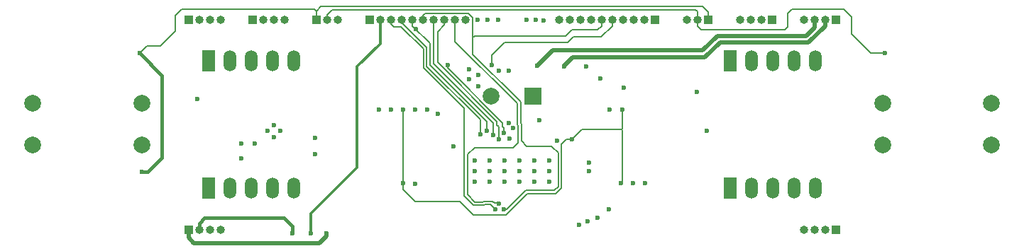
<source format=gbr>
%TF.GenerationSoftware,KiCad,Pcbnew,8.0.0*%
%TF.CreationDate,2024-11-21T20:10:56+00:00*%
%TF.ProjectId,display-board,64697370-6c61-4792-9d62-6f6172642e6b,rev?*%
%TF.SameCoordinates,Original*%
%TF.FileFunction,Copper,L2,Inr*%
%TF.FilePolarity,Positive*%
%FSLAX46Y46*%
G04 Gerber Fmt 4.6, Leading zero omitted, Abs format (unit mm)*
G04 Created by KiCad (PCBNEW 8.0.0) date 2024-11-21 20:10:56*
%MOMM*%
%LPD*%
G01*
G04 APERTURE LIST*
%TA.AperFunction,ComponentPad*%
%ADD10R,1.000000X1.000000*%
%TD*%
%TA.AperFunction,ComponentPad*%
%ADD11O,1.000000X1.000000*%
%TD*%
%TA.AperFunction,ComponentPad*%
%ADD12C,2.000000*%
%TD*%
%TA.AperFunction,ComponentPad*%
%ADD13R,1.524000X2.524000*%
%TD*%
%TA.AperFunction,ComponentPad*%
%ADD14O,1.524000X2.524000*%
%TD*%
%TA.AperFunction,ComponentPad*%
%ADD15R,2.000000X2.000000*%
%TD*%
%TA.AperFunction,ComponentPad*%
%ADD16C,0.600000*%
%TD*%
%TA.AperFunction,ViaPad*%
%ADD17C,0.600000*%
%TD*%
%TA.AperFunction,Conductor*%
%ADD18C,0.300000*%
%TD*%
%TA.AperFunction,Conductor*%
%ADD19C,0.400000*%
%TD*%
%TA.AperFunction,Conductor*%
%ADD20C,0.200000*%
%TD*%
%TA.AperFunction,Conductor*%
%ADD21C,0.500000*%
%TD*%
G04 APERTURE END LIST*
D10*
%TO.N,/BAT+*%
%TO.C,PWR3*%
X61400000Y-110000000D03*
D11*
%TO.N,/LDO*%
X62670000Y-110000000D03*
%TO.N,/BUZZER*%
X63940000Y-110000000D03*
%TO.N,GND*%
X65210000Y-110000000D03*
%TD*%
D10*
%TO.N,/SW1*%
%TO.C,SW_C1*%
X76650000Y-84900000D03*
D11*
%TO.N,/SW2*%
X77920000Y-84900000D03*
%TO.N,GND*%
X79190000Y-84900000D03*
%TD*%
D10*
%TO.N,/VPRG*%
%TO.C,DD1*%
X83005000Y-84900000D03*
D11*
%TO.N,/CTRL*%
X84275000Y-84900000D03*
%TO.N,/GSCLK*%
X85545000Y-84900000D03*
%TO.N,/BLANK*%
X86815000Y-84900000D03*
%TO.N,/XLAT*%
X88085000Y-84900000D03*
%TO.N,/XERR*%
X89355000Y-84900000D03*
%TO.N,/SCLK*%
X90625000Y-84900000D03*
%TO.N,/SIN*%
X91895000Y-84900000D03*
%TO.N,/SOUT*%
X93165000Y-84900000D03*
%TO.N,GND*%
X94435000Y-84900000D03*
%TD*%
D10*
%TO.N,/BAT+*%
%TO.C,PWR4*%
X138600000Y-110000000D03*
D11*
%TO.N,/LDO*%
X137330000Y-110000000D03*
%TO.N,/BUZZER*%
X136060000Y-110000000D03*
%TO.N,GND*%
X134790000Y-110000000D03*
%TD*%
D10*
%TO.N,/SW1*%
%TO.C,SW_C2*%
X123350000Y-84900000D03*
D11*
%TO.N,/SW2*%
X122080000Y-84900000D03*
%TO.N,GND*%
X120810000Y-84900000D03*
%TD*%
D10*
%TO.N,/MC_DD_1*%
%TO.C,CA1*%
X69025000Y-84900000D03*
D11*
%TO.N,/MC_DD_2*%
X70295000Y-84900000D03*
%TO.N,/MC_SD*%
X71565000Y-84900000D03*
%TO.N,GND*%
X72835000Y-84900000D03*
%TD*%
D12*
%TO.N,GND*%
%TO.C,SW2*%
X144200000Y-99900000D03*
%TO.N,N/C*%
X157200000Y-99900000D03*
%TO.N,Net-(R11-Pad1)*%
X144200000Y-94900000D03*
%TO.N,N/C*%
X157200000Y-94900000D03*
%TD*%
D10*
%TO.N,/VPRG*%
%TO.C,DD2*%
X116995000Y-84900000D03*
D11*
%TO.N,/CTRL*%
X115725000Y-84900000D03*
%TO.N,/GSCLK*%
X114455000Y-84900000D03*
%TO.N,/BLANK*%
X113185000Y-84900000D03*
%TO.N,/XLAT*%
X111915000Y-84900000D03*
%TO.N,/XERR*%
X110645000Y-84900000D03*
%TO.N,/SCLK*%
X109375000Y-84900000D03*
%TO.N,/SIN*%
X108105000Y-84900000D03*
%TO.N,/SOUT*%
X106835000Y-84900000D03*
%TO.N,GND*%
X105565000Y-84900000D03*
%TD*%
D13*
%TO.N,Net-(U1-OUT2)*%
%TO.C,U2*%
X63820000Y-105000000D03*
D14*
%TO.N,Net-(U1-OUT7)*%
X66360000Y-105000000D03*
%TO.N,Net-(U1-OUT4)*%
X68900000Y-105000000D03*
%TO.N,Net-(U1-OUT3)*%
X71440000Y-105000000D03*
%TO.N,Net-(U1-OUT6)*%
X73980000Y-105000000D03*
%TO.N,Net-(U1-OUT5)*%
X73980000Y-89760000D03*
%TO.N,/7SEG_DD_2*%
X71440000Y-89760000D03*
%TO.N,/7SEG_DD_1*%
X68900000Y-89760000D03*
%TO.N,Net-(U1-OUT1)*%
X66360000Y-89760000D03*
D13*
%TO.N,Net-(U1-OUT0)*%
X63820000Y-89760000D03*
%TD*%
D12*
%TO.N,Net-(R13-Pad1)*%
%TO.C,SW1*%
X55800000Y-94900000D03*
%TO.N,N/C*%
X42800000Y-94900000D03*
%TO.N,GND*%
X55800000Y-99900000D03*
%TO.N,N/C*%
X42800000Y-99900000D03*
%TD*%
D15*
%TO.N,VCC*%
%TO.C,BZ1*%
X102500000Y-93999999D03*
D12*
%TO.N,Net-(BZ1-+)*%
X97500000Y-93999999D03*
%TD*%
D10*
%TO.N,/BAT+*%
%TO.C,PWR1*%
X61400000Y-84900000D03*
D11*
%TO.N,/LDO*%
X62670000Y-84900000D03*
%TO.N,/BUZZER*%
X63940000Y-84900000D03*
%TO.N,GND*%
X65210000Y-84900000D03*
%TD*%
D10*
%TO.N,/MC_DD_1*%
%TO.C,CA2*%
X130975000Y-84900000D03*
D11*
%TO.N,/MC_DD_2*%
X129705000Y-84900000D03*
%TO.N,/MC_SD*%
X128435000Y-84900000D03*
%TO.N,GND*%
X127165000Y-84900000D03*
%TD*%
D13*
%TO.N,Net-(U1-OUT10)*%
%TO.C,U4*%
X126000000Y-105000000D03*
D14*
%TO.N,Net-(U1-OUT15)*%
X128540000Y-105000000D03*
%TO.N,Net-(U1-OUT12)*%
X131080000Y-105000000D03*
%TO.N,Net-(U1-OUT11)*%
X133620000Y-105000000D03*
%TO.N,Net-(U1-OUT14)*%
X136160000Y-105000000D03*
%TO.N,Net-(U1-OUT13)*%
X136160000Y-89760000D03*
%TO.N,/7SEG_DD_2*%
X133620000Y-89760000D03*
%TO.N,/7SEG_DD_1*%
X131080000Y-89760000D03*
%TO.N,Net-(U1-OUT9)*%
X128540000Y-89760000D03*
D13*
%TO.N,Net-(U1-OUT8)*%
X126000000Y-89760000D03*
%TD*%
D10*
%TO.N,/BAT+*%
%TO.C,PWR2*%
X138600000Y-84900000D03*
D11*
%TO.N,/LDO*%
X137330000Y-84900000D03*
%TO.N,/BUZZER*%
X136060000Y-84900000D03*
%TO.N,GND*%
X134790000Y-84900000D03*
%TD*%
D16*
%TO.N,GND*%
%TO.C,U1*%
X104450000Y-101700000D03*
X102670000Y-101700000D03*
X100890000Y-101700000D03*
X99110000Y-101700000D03*
X97330000Y-101700000D03*
X95550000Y-101700000D03*
X104450000Y-103000000D03*
X102670000Y-103000000D03*
X100890000Y-103000000D03*
X99110000Y-103000000D03*
X97330000Y-103000000D03*
X95550000Y-103000000D03*
X104450000Y-104300000D03*
X102670000Y-104300000D03*
X100890000Y-104300000D03*
X99110000Y-104300000D03*
X97330000Y-104300000D03*
X95550000Y-104300000D03*
%TD*%
D17*
%TO.N,/SW1*%
X55795000Y-103100000D03*
%TO.N,/SW2*%
X144432500Y-88900000D03*
%TO.N,/SW1*%
X55557500Y-88900000D03*
%TO.N,/CTRL*%
X75995000Y-110450000D03*
%TO.N,/BUZZER*%
X102995000Y-90400000D03*
%TO.N,VCC*%
X105350001Y-99350001D03*
X93000000Y-100000000D03*
%TO.N,/MC_DD_2*%
X62395000Y-94400000D03*
%TO.N,/LDO*%
X73795000Y-110450000D03*
X106195000Y-90500000D03*
%TO.N,/BAT+*%
X77795000Y-110450000D03*
X108795000Y-90500000D03*
%TO.N,/MC_DD_1*%
X122000000Y-93500000D03*
%TO.N,/MC_SD*%
X113295000Y-93000000D03*
%TO.N,GND*%
X70795000Y-98200000D03*
X97095000Y-84900000D03*
X94895000Y-90800000D03*
X98395000Y-91000000D03*
X98295000Y-84900000D03*
X67695000Y-101500000D03*
X67695000Y-99700000D03*
X71595000Y-98900000D03*
X94895000Y-92000000D03*
X69295000Y-99700000D03*
X71595000Y-97500000D03*
X102795000Y-84900000D03*
X95895000Y-84900000D03*
X95995000Y-91500000D03*
X72295000Y-98200000D03*
X103770735Y-84924265D03*
X101705000Y-84900000D03*
X99595000Y-91000000D03*
X95995000Y-92800000D03*
%TO.N,/7SEG_DD_1*%
X123225000Y-98137500D03*
%TO.N,/7SEG_SD*%
X113100000Y-95600000D03*
X87000000Y-104400000D03*
X86995000Y-95600000D03*
X112995000Y-104400000D03*
X107095000Y-99200000D03*
%TO.N,/GSCLK*%
X97995000Y-107600000D03*
%TO.N,Net-(U1-OUT4)*%
X91095000Y-96100000D03*
%TO.N,/SIN*%
X98374576Y-99200000D03*
%TO.N,/XERR*%
X99020735Y-107609799D03*
%TO.N,/BLANK*%
X96184232Y-98600011D03*
%TO.N,Net-(U1-OUT10)*%
X114440000Y-104400000D03*
%TO.N,/SOUT*%
X98410136Y-106864682D03*
%TO.N,Net-(U1-OUT0)*%
X99695000Y-99100000D03*
X88440000Y-95600000D03*
%TO.N,Net-(U1-OUT11)*%
X111560000Y-107600000D03*
%TO.N,Net-(U1-OUT8)*%
X109200000Y-102000000D03*
%TO.N,Net-(U1-OUT2)*%
X88400000Y-104500000D03*
X100095803Y-97799197D03*
%TO.N,/SCLK*%
X97695000Y-98700000D03*
%TO.N,Net-(U1-OUT3)*%
X99565230Y-97200000D03*
%TO.N,Net-(U1-OUT1)*%
X89880000Y-95600000D03*
%TO.N,Net-(U1-OUT14)*%
X108000000Y-109400000D03*
%TO.N,/XLAT*%
X96984234Y-98200000D03*
X97595000Y-90287500D03*
X88486422Y-86008578D03*
%TO.N,Net-(U1-OUT7)*%
X103221765Y-96873235D03*
%TO.N,Net-(U1-OUT9)*%
X109200000Y-103000000D03*
%TO.N,Net-(U1-OUT15)*%
X115880000Y-104400000D03*
%TO.N,Net-(U1-OUT13)*%
X109000000Y-109000000D03*
X111600000Y-95600000D03*
X110500000Y-91900000D03*
%TO.N,/VPRG*%
X99045000Y-98450000D03*
X92295000Y-90300000D03*
%TO.N,Net-(U1-OUT5)*%
X85560000Y-95600000D03*
%TO.N,Net-(U1-OUT6)*%
X84120000Y-95600000D03*
X76500000Y-99000000D03*
X76500000Y-101000000D03*
%TO.N,Net-(U1-OUT12)*%
X110200000Y-108600000D03*
%TD*%
D18*
%TO.N,/CTRL*%
X75995000Y-110450000D02*
X75995000Y-108100000D01*
X75995000Y-108100000D02*
X81495000Y-102600000D01*
X81495000Y-102600000D02*
X81495000Y-90500000D01*
X81495000Y-90500000D02*
X84275000Y-87720000D01*
X84275000Y-87720000D02*
X84275000Y-84900000D01*
D19*
%TO.N,/SW1*%
X55795000Y-103100000D02*
X56495000Y-103100000D01*
X56495000Y-103100000D02*
X58195000Y-101400000D01*
X58195000Y-101400000D02*
X58195000Y-91537500D01*
X58195000Y-91537500D02*
X55557500Y-88900000D01*
D20*
%TO.N,/SW2*%
X132895000Y-85700000D02*
X132895000Y-84100000D01*
X122080000Y-85607106D02*
X122572894Y-86100000D01*
X122080000Y-84900000D02*
X122080000Y-85607106D01*
X140495000Y-86600000D02*
X142795000Y-88900000D01*
X132495000Y-86100000D02*
X132895000Y-85700000D01*
X122572894Y-86100000D02*
X132495000Y-86100000D01*
X132895000Y-84100000D02*
X133395000Y-83600000D01*
X133395000Y-83600000D02*
X139595000Y-83600000D01*
X139595000Y-83600000D02*
X140495000Y-84500000D01*
X140495000Y-84500000D02*
X140495000Y-86600000D01*
X142795000Y-88900000D02*
X144432500Y-88900000D01*
%TO.N,/SW1*%
X76650000Y-83845000D02*
X76405000Y-83600000D01*
X59795000Y-84400000D02*
X59795000Y-86200000D01*
X76405000Y-83600000D02*
X60595000Y-83600000D01*
X60595000Y-83600000D02*
X59795000Y-84400000D01*
X59795000Y-86200000D02*
X57995000Y-88000000D01*
X56457500Y-88000000D02*
X55557500Y-88900000D01*
X57995000Y-88000000D02*
X56457500Y-88000000D01*
D19*
%TO.N,/LDO*%
X62670000Y-110000000D02*
X62670000Y-109225000D01*
X62670000Y-109225000D02*
X63295000Y-108600000D01*
X63295000Y-108600000D02*
X72795000Y-108600000D01*
X72795000Y-108600000D02*
X73795000Y-109600000D01*
X73795000Y-109600000D02*
X73795000Y-110450000D01*
D21*
%TO.N,/BAT+*%
X61400000Y-110000000D02*
X61400000Y-111000000D01*
X61400000Y-111000000D02*
X62000000Y-111600000D01*
X77795000Y-110800000D02*
X77795000Y-110450000D01*
X62000000Y-111600000D02*
X76995000Y-111600000D01*
X76995000Y-111600000D02*
X77795000Y-110800000D01*
D20*
%TO.N,/XERR*%
X110645000Y-84900000D02*
X110645000Y-85650000D01*
X110645000Y-85650000D02*
X110195000Y-86100000D01*
X107095000Y-86100000D02*
X106395000Y-86800000D01*
X110195000Y-86100000D02*
X107095000Y-86100000D01*
X106395000Y-86800000D02*
X95495000Y-86800000D01*
X95495000Y-86800000D02*
X95295000Y-87000000D01*
%TO.N,/XLAT*%
X111915000Y-84900000D02*
X111915000Y-85607106D01*
X107295000Y-86900000D02*
X106595000Y-87600000D01*
X111915000Y-85607106D02*
X110622106Y-86900000D01*
X110622106Y-86900000D02*
X107295000Y-86900000D01*
X99095000Y-87600000D02*
X97595000Y-89100000D01*
X106595000Y-87600000D02*
X99095000Y-87600000D01*
X97595000Y-89100000D02*
X97595000Y-90287500D01*
D21*
%TO.N,/BUZZER*%
X102995000Y-90400000D02*
X104845000Y-88550000D01*
X135095000Y-86800000D02*
X136060000Y-85835000D01*
X104845000Y-88550000D02*
X122745000Y-88550000D01*
X122745000Y-88550000D02*
X124495000Y-86800000D01*
X124495000Y-86800000D02*
X135095000Y-86800000D01*
X136060000Y-85835000D02*
X136060000Y-84900000D01*
%TO.N,/LDO*%
X122995000Y-89400000D02*
X124795000Y-87600000D01*
X106195000Y-90400000D02*
X107195000Y-89400000D01*
X107195000Y-89400000D02*
X122995000Y-89400000D01*
X106195000Y-90500000D02*
X106195000Y-90400000D01*
X135337106Y-87600000D02*
X137330000Y-85607106D01*
X124795000Y-87600000D02*
X135337106Y-87600000D01*
X137330000Y-85607106D02*
X137330000Y-84900000D01*
D20*
%TO.N,/7SEG_SD*%
X112995000Y-98000000D02*
X113100000Y-97895000D01*
X88395000Y-106600000D02*
X87000000Y-105205000D01*
X105895000Y-105000000D02*
X105195000Y-105700000D01*
X101795000Y-105700000D02*
X99285201Y-108209799D01*
X99285201Y-108209799D02*
X95373428Y-108209799D01*
X112995000Y-104400000D02*
X113100000Y-104295000D01*
X87000000Y-105205000D02*
X87000000Y-104400000D01*
X107095000Y-99200000D02*
X108295000Y-98000000D01*
X95373428Y-108209799D02*
X93763629Y-106600000D01*
X107095000Y-99200000D02*
X106495000Y-99200000D01*
X105195000Y-105700000D02*
X101795000Y-105700000D01*
X106495000Y-99200000D02*
X105895000Y-99800000D01*
X113100000Y-104295000D02*
X113100000Y-98105000D01*
X105895000Y-99800000D02*
X105895000Y-105000000D01*
X93763629Y-106600000D02*
X88395000Y-106600000D01*
X86995000Y-95600000D02*
X86995000Y-104395000D01*
X113100000Y-98105000D02*
X112995000Y-98000000D01*
X113100000Y-97895000D02*
X113100000Y-95600000D01*
X108295000Y-98000000D02*
X112995000Y-98000000D01*
X86995000Y-104395000D02*
X87000000Y-104400000D01*
%TO.N,/GSCLK*%
X94295000Y-106000000D02*
X94295000Y-95497058D01*
X94295000Y-95497058D02*
X89395000Y-90597057D01*
X86763628Y-85700000D02*
X85895000Y-85700000D01*
X85545000Y-85350000D02*
X85545000Y-84900000D01*
X97404799Y-107009799D02*
X96685201Y-107009799D01*
X96595000Y-107100000D02*
X95395000Y-107100000D01*
X89395000Y-88331372D02*
X86763628Y-85700000D01*
X85895000Y-85700000D02*
X85545000Y-85350000D01*
X95395000Y-107100000D02*
X94295000Y-106000000D01*
X96685201Y-107009799D02*
X96595000Y-107100000D01*
X97995000Y-107600000D02*
X97404799Y-107009799D01*
X89395000Y-90597057D02*
X89395000Y-88331372D01*
%TO.N,/SIN*%
X91095000Y-86300000D02*
X91895000Y-85500000D01*
X98395000Y-97665686D02*
X98195000Y-97465686D01*
X98195000Y-97100000D02*
X91095000Y-90000000D01*
X91895000Y-85500000D02*
X91895000Y-84900000D01*
X91095000Y-90000000D02*
X91095000Y-86300000D01*
X98374576Y-99200000D02*
X98395000Y-99179576D01*
X98195000Y-97465686D02*
X98195000Y-97100000D01*
X98395000Y-99179576D02*
X98395000Y-97665686D01*
%TO.N,/XERR*%
X101695000Y-100000000D02*
X101095803Y-99400803D01*
X101095803Y-97384983D02*
X100995000Y-97284180D01*
X95295000Y-89034314D02*
X95295000Y-84628629D01*
X89595000Y-84100000D02*
X89355000Y-84340000D01*
X94766371Y-84100000D02*
X89595000Y-84100000D01*
X99319515Y-107609799D02*
X101629314Y-105300000D01*
X100995000Y-94734315D02*
X95295000Y-89034314D01*
X95295000Y-84628629D02*
X94766371Y-84100000D01*
X99020735Y-107609799D02*
X99319515Y-107609799D01*
X101095803Y-99400803D02*
X101095803Y-97384983D01*
X100995000Y-97284180D02*
X100995000Y-94734315D01*
X105495000Y-104834314D02*
X105495000Y-100800000D01*
X101629314Y-105300000D02*
X105029314Y-105300000D01*
X105029314Y-105300000D02*
X105495000Y-104834314D01*
X105495000Y-100800000D02*
X104695000Y-100000000D01*
X89355000Y-84340000D02*
X89355000Y-84900000D01*
X104695000Y-100000000D02*
X101695000Y-100000000D01*
%TO.N,/BLANK*%
X96184232Y-98600011D02*
X96184232Y-96820604D01*
X89795000Y-88165686D02*
X86815000Y-85185686D01*
X89795000Y-90431372D02*
X89795000Y-88165686D01*
X96184232Y-96820604D02*
X89795000Y-90431372D01*
X86815000Y-85185686D02*
X86815000Y-84900000D01*
%TO.N,/SOUT*%
X100695803Y-97550668D02*
X100595000Y-97449865D01*
X96519516Y-106609799D02*
X96429315Y-106700000D01*
X95495000Y-100200000D02*
X100095000Y-100200000D01*
X98345454Y-106800000D02*
X97860686Y-106800000D01*
X100595000Y-97449865D02*
X100595000Y-94900000D01*
X100095000Y-100200000D02*
X100695803Y-99599197D01*
X94695000Y-105834314D02*
X94695000Y-101000000D01*
X100595000Y-94900000D02*
X93165000Y-87470000D01*
X94695000Y-101000000D02*
X95495000Y-100200000D01*
X96429315Y-106700000D02*
X95560686Y-106700000D01*
X98410136Y-106864682D02*
X98345454Y-106800000D01*
X95560686Y-106700000D02*
X94695000Y-105834314D01*
X97670484Y-106609799D02*
X96519516Y-106609799D01*
X97860686Y-106800000D02*
X97670484Y-106609799D01*
X93165000Y-87470000D02*
X93165000Y-84900000D01*
X100695803Y-99599197D02*
X100695803Y-97550668D01*
%TO.N,/CTRL*%
X84275000Y-85380000D02*
X84275000Y-84900000D01*
%TO.N,/SCLK*%
X97695000Y-98700000D02*
X97695000Y-97200000D01*
X97695000Y-97200000D02*
X90625000Y-90130000D01*
X90625000Y-90130000D02*
X90625000Y-84900000D01*
%TO.N,/XLAT*%
X96984234Y-97054920D02*
X90195000Y-90265686D01*
X90195000Y-90265686D02*
X90195000Y-87717156D01*
X96984234Y-98200000D02*
X96984234Y-97054920D01*
X88085000Y-85607156D02*
X88085000Y-84900000D01*
X90195000Y-87717156D02*
X88085000Y-85607156D01*
%TO.N,/VPRG*%
X98860686Y-97665686D02*
X98860686Y-97200000D01*
X99045000Y-97850000D02*
X98860686Y-97665686D01*
X99045000Y-98450000D02*
X99045000Y-97850000D01*
X92295000Y-90634314D02*
X92295000Y-90300000D01*
X98860686Y-97200000D02*
X92295000Y-90634314D01*
%TO.N,/SW1*%
X122695000Y-83300000D02*
X77195000Y-83300000D01*
X123350000Y-83955000D02*
X122695000Y-83300000D01*
X76650000Y-83845000D02*
X76650000Y-84900000D01*
X123350000Y-84900000D02*
X123350000Y-83955000D01*
X77195000Y-83300000D02*
X76650000Y-83845000D01*
%TO.N,/SW2*%
X78495000Y-83700000D02*
X121895000Y-83700000D01*
X122080000Y-83885000D02*
X122080000Y-84900000D01*
X77920000Y-84275000D02*
X78495000Y-83700000D01*
X121895000Y-83700000D02*
X122080000Y-83885000D01*
X77920000Y-84900000D02*
X77920000Y-84275000D01*
%TD*%
M02*

</source>
